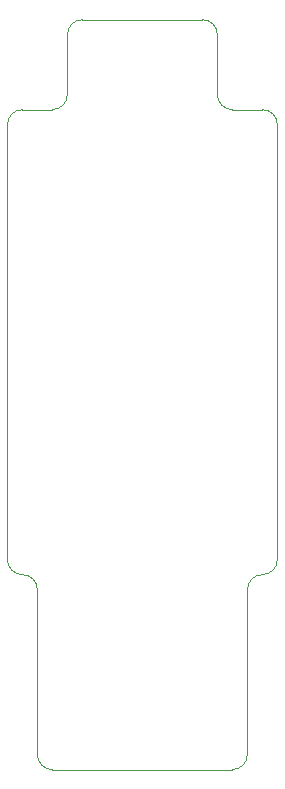
<source format=gbr>
%TF.GenerationSoftware,KiCad,Pcbnew,7.0.7*%
%TF.CreationDate,2023-09-17T23:45:05-06:00*%
%TF.ProjectId,dra818-breakout,64726138-3138-42d6-9272-65616b6f7574,1*%
%TF.SameCoordinates,Original*%
%TF.FileFunction,Profile,NP*%
%FSLAX46Y46*%
G04 Gerber Fmt 4.6, Leading zero omitted, Abs format (unit mm)*
G04 Created by KiCad (PCBNEW 7.0.7) date 2023-09-17 23:45:05*
%MOMM*%
%LPD*%
G01*
G04 APERTURE LIST*
%TA.AperFunction,Profile*%
%ADD10C,0.100000*%
%TD*%
G04 APERTURE END LIST*
D10*
X142240000Y-128270000D02*
G75*
G03*
X143510000Y-129540000I1270000J0D01*
G01*
X144780000Y-67310000D02*
X144780000Y-72390000D01*
X161290000Y-113030000D02*
G75*
G03*
X162560000Y-111760000I0J1270000D01*
G01*
X140970000Y-73660000D02*
X143510000Y-73660000D01*
X139700000Y-111760000D02*
G75*
G03*
X140970000Y-113030000I1270000J0D01*
G01*
X162560000Y-74930000D02*
G75*
G03*
X161290000Y-73660000I-1270000J0D01*
G01*
X160020000Y-114300000D02*
X160020000Y-128270000D01*
X146050000Y-66040000D02*
G75*
G03*
X144780000Y-67310000I0J-1270000D01*
G01*
X158750000Y-129540000D02*
G75*
G03*
X160020000Y-128270000I0J1270000D01*
G01*
X140970000Y-73660000D02*
G75*
G03*
X139700000Y-74930000I0J-1270000D01*
G01*
X139700000Y-111760000D02*
X139700000Y-74930000D01*
X162560000Y-74930000D02*
X162560000Y-111760000D01*
X143510000Y-73660000D02*
G75*
G03*
X144780000Y-72390000I0J1270000D01*
G01*
X142240000Y-114300000D02*
X142240000Y-128270000D01*
X157480000Y-67310000D02*
G75*
G03*
X156210000Y-66040000I-1270000J0D01*
G01*
X158750000Y-73660000D02*
X161290000Y-73660000D01*
X143510000Y-129540000D02*
X158750000Y-129540000D01*
X146050000Y-66040000D02*
X156210000Y-66040000D01*
X142240000Y-114300000D02*
G75*
G03*
X140970000Y-113030000I-1270000J0D01*
G01*
X157480000Y-72390000D02*
X157480000Y-67310000D01*
X157480000Y-72390000D02*
G75*
G03*
X158750000Y-73660000I1270000J0D01*
G01*
X161290000Y-113030000D02*
G75*
G03*
X160020000Y-114300000I0J-1270000D01*
G01*
M02*

</source>
